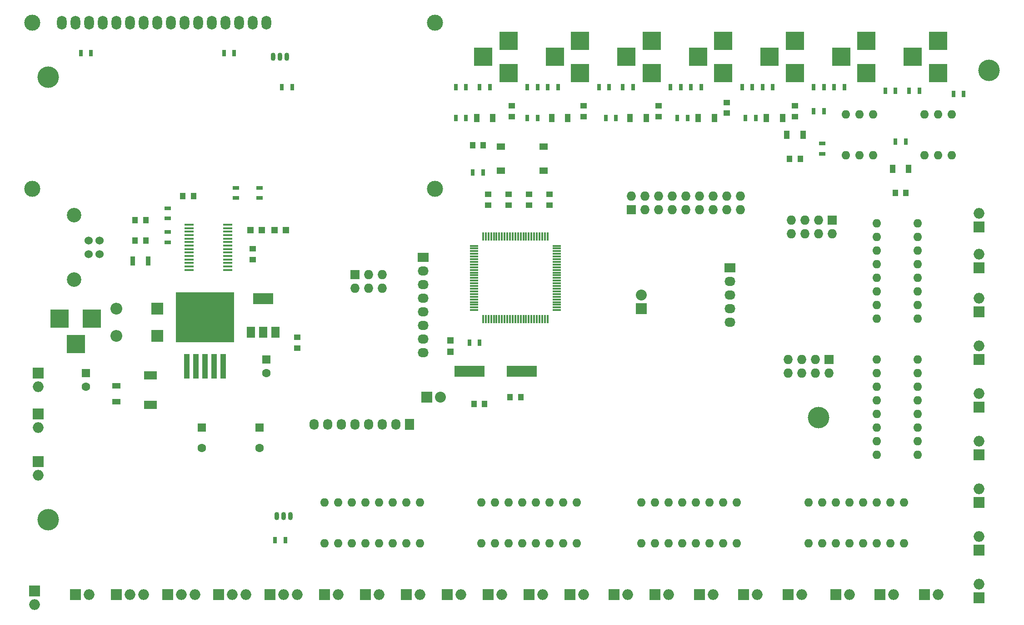
<source format=gbr>
G04 #@! TF.FileFunction,Soldermask,Top*
%FSLAX46Y46*%
G04 Gerber Fmt 4.6, Leading zero omitted, Abs format (unit mm)*
G04 Created by KiCad (PCBNEW 4.0.6) date 2017 August 14, Monday 10:36:18*
%MOMM*%
%LPD*%
G01*
G04 APERTURE LIST*
%ADD10C,0.100000*%
%ADD11O,1.998980X1.998980*%
%ADD12R,1.998980X1.998980*%
%ADD13R,1.500000X0.300000*%
%ADD14R,0.300000X1.500000*%
%ADD15R,1.600000X1.600000*%
%ADD16C,1.600000*%
%ADD17R,1.250000X1.000000*%
%ADD18R,1.000000X1.250000*%
%ADD19R,2.200000X2.200000*%
%ADD20O,2.200000X2.200000*%
%ADD21R,1.600000X1.000000*%
%ADD22R,1.198880X1.198880*%
%ADD23R,1.000000X1.600000*%
%ADD24O,1.800000X2.600000*%
%ADD25C,3.000000*%
%ADD26R,0.900000X1.700000*%
%ADD27O,1.600000X1.600000*%
%ADD28R,3.500120X3.500120*%
%ADD29R,1.727200X1.727200*%
%ADD30O,1.727200X1.727200*%
%ADD31R,2.032000X1.727200*%
%ADD32O,2.032000X1.727200*%
%ADD33R,1.727200X2.032000*%
%ADD34O,1.727200X2.032000*%
%ADD35R,2.032000X2.032000*%
%ADD36O,2.032000X2.032000*%
%ADD37C,1.524000*%
%ADD38C,2.700020*%
%ADD39R,2.400000X1.500000*%
%ADD40O,0.899160X1.501140*%
%ADD41R,0.700000X1.300000*%
%ADD42R,1.300000X0.700000*%
%ADD43R,1.550000X1.300000*%
%ADD44R,1.100000X4.600000*%
%ADD45R,10.800000X9.400000*%
%ADD46R,3.800000X2.000000*%
%ADD47R,1.500000X2.000000*%
%ADD48R,1.750000X0.450000*%
%ADD49R,5.600700X2.100580*%
%ADD50C,4.000000*%
G04 APERTURE END LIST*
D10*
D11*
X41275000Y-118745000D03*
D12*
X41275000Y-116205000D03*
D13*
X122475000Y-75915000D03*
X122475000Y-76415000D03*
X122475000Y-76915000D03*
X122475000Y-77415000D03*
X122475000Y-77915000D03*
X122475000Y-78415000D03*
X122475000Y-78915000D03*
X122475000Y-79415000D03*
X122475000Y-79915000D03*
X122475000Y-80415000D03*
X122475000Y-80915000D03*
X122475000Y-81415000D03*
X122475000Y-81915000D03*
X122475000Y-82415000D03*
X122475000Y-82915000D03*
X122475000Y-83415000D03*
X122475000Y-83915000D03*
X122475000Y-84415000D03*
X122475000Y-84915000D03*
X122475000Y-85415000D03*
X122475000Y-85915000D03*
X122475000Y-86415000D03*
X122475000Y-86915000D03*
X122475000Y-87415000D03*
X122475000Y-87915000D03*
D14*
X124175000Y-89615000D03*
X124675000Y-89615000D03*
X125175000Y-89615000D03*
X125675000Y-89615000D03*
X126175000Y-89615000D03*
X126675000Y-89615000D03*
X127175000Y-89615000D03*
X127675000Y-89615000D03*
X128175000Y-89615000D03*
X128675000Y-89615000D03*
X129175000Y-89615000D03*
X129675000Y-89615000D03*
X130175000Y-89615000D03*
X130675000Y-89615000D03*
X131175000Y-89615000D03*
X131675000Y-89615000D03*
X132175000Y-89615000D03*
X132675000Y-89615000D03*
X133175000Y-89615000D03*
X133675000Y-89615000D03*
X134175000Y-89615000D03*
X134675000Y-89615000D03*
X135175000Y-89615000D03*
X135675000Y-89615000D03*
X136175000Y-89615000D03*
D13*
X137875000Y-87915000D03*
X137875000Y-87415000D03*
X137875000Y-86915000D03*
X137875000Y-86415000D03*
X137875000Y-85915000D03*
X137875000Y-85415000D03*
X137875000Y-84915000D03*
X137875000Y-84415000D03*
X137875000Y-83915000D03*
X137875000Y-83415000D03*
X137875000Y-82915000D03*
X137875000Y-82415000D03*
X137875000Y-81915000D03*
X137875000Y-81415000D03*
X137875000Y-80915000D03*
X137875000Y-80415000D03*
X137875000Y-79915000D03*
X137875000Y-79415000D03*
X137875000Y-78915000D03*
X137875000Y-78415000D03*
X137875000Y-77915000D03*
X137875000Y-77415000D03*
X137875000Y-76915000D03*
X137875000Y-76415000D03*
X137875000Y-75915000D03*
D14*
X136175000Y-74215000D03*
X135675000Y-74215000D03*
X135175000Y-74215000D03*
X134675000Y-74215000D03*
X134175000Y-74215000D03*
X133675000Y-74215000D03*
X133175000Y-74215000D03*
X132675000Y-74215000D03*
X132175000Y-74215000D03*
X131675000Y-74215000D03*
X131175000Y-74215000D03*
X130675000Y-74215000D03*
X130175000Y-74215000D03*
X129675000Y-74215000D03*
X129175000Y-74215000D03*
X128675000Y-74215000D03*
X128175000Y-74215000D03*
X127675000Y-74215000D03*
X127175000Y-74215000D03*
X126675000Y-74215000D03*
X126175000Y-74215000D03*
X125675000Y-74215000D03*
X125175000Y-74215000D03*
X124675000Y-74215000D03*
X124175000Y-74215000D03*
D15*
X50165000Y-99695000D03*
D16*
X50165000Y-102195000D03*
D15*
X83820000Y-97155000D03*
D16*
X83820000Y-99655000D03*
D15*
X82550000Y-109855000D03*
D16*
X82550000Y-113655000D03*
D17*
X89535000Y-92980000D03*
X89535000Y-94980000D03*
D15*
X71755000Y-109855000D03*
D16*
X71755000Y-113655000D03*
D18*
X122460000Y-105410000D03*
X124460000Y-105410000D03*
X131175000Y-104140000D03*
X129175000Y-104140000D03*
X124190000Y-57150000D03*
X122190000Y-57150000D03*
D17*
X125095000Y-68310000D03*
X125095000Y-66310000D03*
X136525000Y-68310000D03*
X136525000Y-66310000D03*
X132715000Y-68310000D03*
X132715000Y-66310000D03*
X128905000Y-68310000D03*
X128905000Y-66310000D03*
X81280000Y-78470000D03*
X81280000Y-76470000D03*
D18*
X59325000Y-74930000D03*
X61325000Y-74930000D03*
X59325000Y-71120000D03*
X61325000Y-71120000D03*
X70215000Y-66675000D03*
X68215000Y-66675000D03*
D17*
X129540000Y-51800000D03*
X129540000Y-49800000D03*
X142875000Y-49800000D03*
X142875000Y-51800000D03*
X156845000Y-49800000D03*
X156845000Y-51800000D03*
X169545000Y-49165000D03*
X169545000Y-51165000D03*
X182245000Y-49800000D03*
X182245000Y-51800000D03*
D18*
X200930000Y-66040000D03*
X202930000Y-66040000D03*
X183245000Y-59690000D03*
X181245000Y-59690000D03*
D19*
X63500000Y-87630000D03*
D20*
X55880000Y-87630000D03*
D19*
X63500000Y-92710000D03*
D20*
X55880000Y-92710000D03*
D21*
X55880000Y-105005000D03*
X55880000Y-102005000D03*
D22*
X118110000Y-93565980D03*
X118110000Y-95664020D03*
X87409020Y-73025000D03*
X85310980Y-73025000D03*
X82964020Y-73025000D03*
X80865980Y-73025000D03*
D23*
X122960000Y-52070000D03*
X125960000Y-52070000D03*
X136930000Y-52070000D03*
X139930000Y-52070000D03*
X151535000Y-52070000D03*
X154535000Y-52070000D03*
X164235000Y-52070000D03*
X167235000Y-52070000D03*
X176935000Y-52070000D03*
X179935000Y-52070000D03*
X200430000Y-61595000D03*
X203430000Y-61595000D03*
X183745000Y-55245000D03*
X180745000Y-55245000D03*
D24*
X45720000Y-34290000D03*
X48260000Y-34290000D03*
X50800000Y-34290000D03*
X53340000Y-34290000D03*
X55880000Y-34290000D03*
X58420000Y-34290000D03*
X60960000Y-34290000D03*
X63500000Y-34290000D03*
X66040000Y-34290000D03*
X68580000Y-34290000D03*
X71120000Y-34290000D03*
X73660000Y-34290000D03*
X76200000Y-34290000D03*
X78740000Y-34290000D03*
X81280000Y-34290000D03*
X83820000Y-34290000D03*
D25*
X40220900Y-34290000D03*
X40220900Y-65290700D03*
X115219480Y-65290700D03*
X115219480Y-34290000D03*
D26*
X61775000Y-78740000D03*
X58875000Y-78740000D03*
D27*
X94615000Y-131445000D03*
X97155000Y-131445000D03*
X99695000Y-131445000D03*
X102235000Y-131445000D03*
X104775000Y-131445000D03*
X107315000Y-131445000D03*
X109855000Y-131445000D03*
X112395000Y-131445000D03*
X112395000Y-123825000D03*
X109855000Y-123825000D03*
X107315000Y-123825000D03*
X104775000Y-123825000D03*
X102235000Y-123825000D03*
X99695000Y-123825000D03*
X97155000Y-123825000D03*
X94615000Y-123825000D03*
X123825000Y-131445000D03*
X126365000Y-131445000D03*
X128905000Y-131445000D03*
X131445000Y-131445000D03*
X133985000Y-131445000D03*
X136525000Y-131445000D03*
X139065000Y-131445000D03*
X141605000Y-131445000D03*
X141605000Y-123825000D03*
X139065000Y-123825000D03*
X136525000Y-123825000D03*
X133985000Y-123825000D03*
X131445000Y-123825000D03*
X128905000Y-123825000D03*
X126365000Y-123825000D03*
X123825000Y-123825000D03*
X153670000Y-131445000D03*
X156210000Y-131445000D03*
X158750000Y-131445000D03*
X161290000Y-131445000D03*
X163830000Y-131445000D03*
X166370000Y-131445000D03*
X168910000Y-131445000D03*
X171450000Y-131445000D03*
X171450000Y-123825000D03*
X168910000Y-123825000D03*
X166370000Y-123825000D03*
X163830000Y-123825000D03*
X161290000Y-123825000D03*
X158750000Y-123825000D03*
X156210000Y-123825000D03*
X153670000Y-123825000D03*
X184785000Y-131445000D03*
X187325000Y-131445000D03*
X189865000Y-131445000D03*
X192405000Y-131445000D03*
X194945000Y-131445000D03*
X197485000Y-131445000D03*
X200025000Y-131445000D03*
X202565000Y-131445000D03*
X202565000Y-123825000D03*
X200025000Y-123825000D03*
X197485000Y-123825000D03*
X194945000Y-123825000D03*
X192405000Y-123825000D03*
X189865000Y-123825000D03*
X187325000Y-123825000D03*
X184785000Y-123825000D03*
X205105000Y-114935000D03*
X205105000Y-112395000D03*
X205105000Y-109855000D03*
X205105000Y-107315000D03*
X205105000Y-104775000D03*
X205105000Y-102235000D03*
X205105000Y-99695000D03*
X205105000Y-97155000D03*
X197485000Y-97155000D03*
X197485000Y-99695000D03*
X197485000Y-102235000D03*
X197485000Y-104775000D03*
X197485000Y-107315000D03*
X197485000Y-109855000D03*
X197485000Y-112395000D03*
X197485000Y-114935000D03*
X205105000Y-89535000D03*
X205105000Y-86995000D03*
X205105000Y-84455000D03*
X205105000Y-81915000D03*
X205105000Y-79375000D03*
X205105000Y-76835000D03*
X205105000Y-74295000D03*
X205105000Y-71755000D03*
X197485000Y-71755000D03*
X197485000Y-74295000D03*
X197485000Y-76835000D03*
X197485000Y-79375000D03*
X197485000Y-81915000D03*
X197485000Y-84455000D03*
X197485000Y-86995000D03*
X197485000Y-89535000D03*
D28*
X51285140Y-89535000D03*
X45285660Y-89535000D03*
X48285400Y-94234000D03*
D29*
X100330000Y-81280000D03*
D30*
X100330000Y-83820000D03*
X102870000Y-81280000D03*
X102870000Y-83820000D03*
X105410000Y-81280000D03*
X105410000Y-83820000D03*
D31*
X170180000Y-80010000D03*
D32*
X170180000Y-82550000D03*
X170180000Y-85090000D03*
X170180000Y-87630000D03*
X170180000Y-90170000D03*
D33*
X110490000Y-109220000D03*
D34*
X107950000Y-109220000D03*
X105410000Y-109220000D03*
X102870000Y-109220000D03*
X100330000Y-109220000D03*
X97790000Y-109220000D03*
X95250000Y-109220000D03*
X92710000Y-109220000D03*
D35*
X113665000Y-104140000D03*
D36*
X116205000Y-104140000D03*
D31*
X113030000Y-78105000D03*
D32*
X113030000Y-80645000D03*
X113030000Y-83185000D03*
X113030000Y-85725000D03*
X113030000Y-88265000D03*
X113030000Y-90805000D03*
X113030000Y-93345000D03*
X113030000Y-95885000D03*
D37*
X52705000Y-74930000D03*
X52705000Y-77470000D03*
X50706020Y-77470000D03*
X50706020Y-74930000D03*
D38*
X48006000Y-70200520D03*
X48006000Y-82199480D03*
D35*
X153670000Y-87630000D03*
D36*
X153670000Y-85090000D03*
D11*
X97155000Y-140970000D03*
D12*
X94615000Y-140970000D03*
D11*
X104775000Y-140970000D03*
D12*
X102235000Y-140970000D03*
D11*
X112395000Y-140970000D03*
D12*
X109855000Y-140970000D03*
D11*
X120015000Y-140970000D03*
D12*
X117475000Y-140970000D03*
D11*
X127635000Y-140970000D03*
D12*
X125095000Y-140970000D03*
D11*
X135255000Y-140970000D03*
D12*
X132715000Y-140970000D03*
D11*
X142875000Y-140970000D03*
D12*
X140335000Y-140970000D03*
D11*
X151130000Y-140970000D03*
D12*
X148590000Y-140970000D03*
D11*
X158750000Y-140970000D03*
D12*
X156210000Y-140970000D03*
D11*
X167005000Y-140970000D03*
D12*
X164465000Y-140970000D03*
D11*
X175260000Y-140970000D03*
D12*
X172720000Y-140970000D03*
D11*
X183515000Y-140970000D03*
D12*
X180975000Y-140970000D03*
D11*
X192405000Y-140970000D03*
D12*
X189865000Y-140970000D03*
D11*
X200660000Y-140970000D03*
D12*
X198120000Y-140970000D03*
D11*
X208915000Y-140970000D03*
D12*
X206375000Y-140970000D03*
D11*
X216535000Y-139065000D03*
D12*
X216535000Y-141605000D03*
D11*
X216535000Y-130175000D03*
D12*
X216535000Y-132715000D03*
D11*
X216535000Y-121285000D03*
D12*
X216535000Y-123825000D03*
D11*
X216535000Y-112395000D03*
D12*
X216535000Y-114935000D03*
D11*
X216535000Y-103505000D03*
D12*
X216535000Y-106045000D03*
D11*
X216535000Y-94615000D03*
D12*
X216535000Y-97155000D03*
D11*
X216535000Y-85725000D03*
D12*
X216535000Y-88265000D03*
D11*
X216535000Y-77470000D03*
D12*
X216535000Y-80010000D03*
D11*
X216535000Y-69850000D03*
D12*
X216535000Y-72390000D03*
D28*
X128905000Y-43665140D03*
X128905000Y-37665660D03*
X124206000Y-40665400D03*
X142240000Y-43665140D03*
X142240000Y-37665660D03*
X137541000Y-40665400D03*
X155575000Y-43665140D03*
X155575000Y-37665660D03*
X150876000Y-40665400D03*
X168910000Y-43665140D03*
X168910000Y-37665660D03*
X164211000Y-40665400D03*
X182245000Y-43665140D03*
X182245000Y-37665660D03*
X177546000Y-40665400D03*
X208915000Y-43665140D03*
X208915000Y-37665660D03*
X204216000Y-40665400D03*
X195580000Y-43665140D03*
X195580000Y-37665660D03*
X190881000Y-40665400D03*
D29*
X151765000Y-69215000D03*
D30*
X151765000Y-66675000D03*
X154305000Y-69215000D03*
X154305000Y-66675000D03*
X156845000Y-69215000D03*
X156845000Y-66675000D03*
X159385000Y-69215000D03*
X159385000Y-66675000D03*
X161925000Y-69215000D03*
X161925000Y-66675000D03*
X164465000Y-69215000D03*
X164465000Y-66675000D03*
X167005000Y-69215000D03*
X167005000Y-66675000D03*
X169545000Y-69215000D03*
X169545000Y-66675000D03*
X172085000Y-69215000D03*
X172085000Y-66675000D03*
D29*
X189230000Y-71120000D03*
D30*
X189230000Y-73660000D03*
X186690000Y-71120000D03*
X186690000Y-73660000D03*
X184150000Y-71120000D03*
X184150000Y-73660000D03*
X181610000Y-71120000D03*
X181610000Y-73660000D03*
D29*
X188595000Y-97155000D03*
D30*
X188595000Y-99695000D03*
X186055000Y-97155000D03*
X186055000Y-99695000D03*
X183515000Y-97155000D03*
X183515000Y-99695000D03*
X180975000Y-97155000D03*
X180975000Y-99695000D03*
D11*
X60960000Y-140970000D03*
D12*
X55880000Y-140970000D03*
D11*
X58420000Y-140970000D03*
X70485000Y-140970000D03*
D12*
X65405000Y-140970000D03*
D11*
X67945000Y-140970000D03*
X89535000Y-140970000D03*
D12*
X84455000Y-140970000D03*
D11*
X86995000Y-140970000D03*
X80010000Y-140970000D03*
D12*
X74930000Y-140970000D03*
D11*
X77470000Y-140970000D03*
D39*
X62230000Y-100120000D03*
X62230000Y-105620000D03*
D11*
X41275000Y-102235000D03*
D12*
X41275000Y-99695000D03*
D11*
X40640000Y-142875000D03*
D12*
X40640000Y-140335000D03*
D11*
X50800000Y-140970000D03*
D12*
X48260000Y-140970000D03*
D11*
X41275000Y-109855000D03*
D12*
X41275000Y-107315000D03*
D40*
X86360000Y-40640000D03*
X87630000Y-40640000D03*
X85090000Y-40640000D03*
X86995000Y-126365000D03*
X88265000Y-126365000D03*
X85725000Y-126365000D03*
D41*
X51115000Y-40005000D03*
X49215000Y-40005000D03*
X77785000Y-40005000D03*
X75885000Y-40005000D03*
X86680000Y-46355000D03*
X88580000Y-46355000D03*
X122240000Y-62230000D03*
X124140000Y-62230000D03*
X123505000Y-93980000D03*
X121605000Y-93980000D03*
X87310000Y-130810000D03*
X85410000Y-130810000D03*
D42*
X82550000Y-65090000D03*
X82550000Y-66990000D03*
X65405000Y-73345000D03*
X65405000Y-75245000D03*
X78105000Y-65090000D03*
X78105000Y-66990000D03*
X65405000Y-68900000D03*
X65405000Y-70800000D03*
D41*
X125410000Y-46355000D03*
X123510000Y-46355000D03*
X120965000Y-46355000D03*
X119065000Y-46355000D03*
X138110000Y-46355000D03*
X136210000Y-46355000D03*
X134300000Y-46355000D03*
X132400000Y-46355000D03*
X152080000Y-46355000D03*
X150180000Y-46355000D03*
X147635000Y-46355000D03*
X145735000Y-46355000D03*
X164780000Y-46355000D03*
X162880000Y-46355000D03*
X160970000Y-46355000D03*
X159070000Y-46355000D03*
X178115000Y-46355000D03*
X176215000Y-46355000D03*
X174305000Y-46355000D03*
X172405000Y-46355000D03*
X119065000Y-52070000D03*
X120965000Y-52070000D03*
X132400000Y-52070000D03*
X134300000Y-52070000D03*
X147005000Y-52070000D03*
X148905000Y-52070000D03*
X160340000Y-52070000D03*
X162240000Y-52070000D03*
X173040000Y-52070000D03*
X174940000Y-52070000D03*
X205420000Y-46990000D03*
X203520000Y-46990000D03*
X200975000Y-46990000D03*
X199075000Y-46990000D03*
X191450000Y-46355000D03*
X189550000Y-46355000D03*
X187640000Y-46355000D03*
X185740000Y-46355000D03*
X213675000Y-47625000D03*
X211775000Y-47625000D03*
X187640000Y-50800000D03*
X185740000Y-50800000D03*
X200980000Y-56515000D03*
X202880000Y-56515000D03*
D42*
X187325000Y-58735000D03*
X187325000Y-56835000D03*
D43*
X127470000Y-57440000D03*
X135420000Y-57440000D03*
X127470000Y-61940000D03*
X135420000Y-61940000D03*
D44*
X75790000Y-98425000D03*
X74090000Y-98425000D03*
X70690000Y-98425000D03*
D45*
X72390000Y-89275000D03*
D44*
X72390000Y-98425000D03*
X68990000Y-98425000D03*
D46*
X83185000Y-85750000D03*
D47*
X83185000Y-92050000D03*
X85485000Y-92050000D03*
X80885000Y-92050000D03*
D48*
X69425000Y-71975000D03*
X69425000Y-72625000D03*
X69425000Y-73275000D03*
X69425000Y-73925000D03*
X69425000Y-74575000D03*
X69425000Y-75225000D03*
X69425000Y-75875000D03*
X69425000Y-76525000D03*
X69425000Y-77175000D03*
X69425000Y-77825000D03*
X69425000Y-78475000D03*
X69425000Y-79125000D03*
X69425000Y-79775000D03*
X69425000Y-80425000D03*
X76625000Y-80425000D03*
X76625000Y-79775000D03*
X76625000Y-79125000D03*
X76625000Y-78475000D03*
X76625000Y-77825000D03*
X76625000Y-77175000D03*
X76625000Y-76525000D03*
X76625000Y-75875000D03*
X76625000Y-75225000D03*
X76625000Y-74575000D03*
X76625000Y-73925000D03*
X76625000Y-73275000D03*
X76625000Y-72625000D03*
X76625000Y-71975000D03*
D27*
X211455000Y-51435000D03*
X208915000Y-51435000D03*
X206375000Y-51435000D03*
X206375000Y-59055000D03*
X208915000Y-59055000D03*
X211455000Y-59055000D03*
X196850000Y-51435000D03*
X194310000Y-51435000D03*
X191770000Y-51435000D03*
X191770000Y-59055000D03*
X194310000Y-59055000D03*
X196850000Y-59055000D03*
D49*
X121660351Y-99349999D03*
X131358071Y-99349999D03*
D50*
X43180000Y-127000000D03*
X43180000Y-44450000D03*
X218440000Y-43180000D03*
X186690000Y-107950000D03*
M02*

</source>
